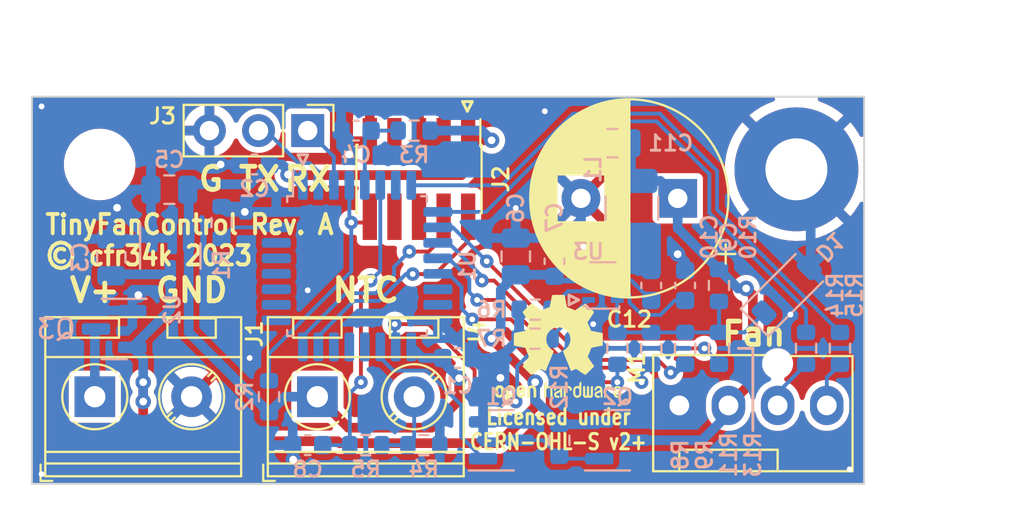
<source format=kicad_pcb>
(kicad_pcb (version 20221018) (generator pcbnew)

  (general
    (thickness 1.6)
  )

  (paper "A4")
  (title_block
    (comment 4 "AISLER Project ID: MHHVKACR")
  )

  (layers
    (0 "F.Cu" signal)
    (31 "B.Cu" signal)
    (32 "B.Adhes" user "B.Adhesive")
    (33 "F.Adhes" user "F.Adhesive")
    (34 "B.Paste" user)
    (35 "F.Paste" user)
    (36 "B.SilkS" user "B.Silkscreen")
    (37 "F.SilkS" user "F.Silkscreen")
    (38 "B.Mask" user)
    (39 "F.Mask" user)
    (40 "Dwgs.User" user "User.Drawings")
    (41 "Cmts.User" user "User.Comments")
    (42 "Eco1.User" user "User.Eco1")
    (43 "Eco2.User" user "User.Eco2")
    (44 "Edge.Cuts" user)
    (45 "Margin" user)
    (46 "B.CrtYd" user "B.Courtyard")
    (47 "F.CrtYd" user "F.Courtyard")
    (48 "B.Fab" user)
    (49 "F.Fab" user)
    (50 "User.1" user)
    (51 "User.2" user)
    (52 "User.3" user)
    (53 "User.4" user)
    (54 "User.5" user)
    (55 "User.6" user)
    (56 "User.7" user)
    (57 "User.8" user)
    (58 "User.9" user)
  )

  (setup
    (pad_to_mask_clearance 0)
    (pcbplotparams
      (layerselection 0x00010fc_ffffffff)
      (plot_on_all_layers_selection 0x0000000_00000000)
      (disableapertmacros false)
      (usegerberextensions false)
      (usegerberattributes true)
      (usegerberadvancedattributes true)
      (creategerberjobfile true)
      (dashed_line_dash_ratio 12.000000)
      (dashed_line_gap_ratio 3.000000)
      (svgprecision 4)
      (plotframeref false)
      (viasonmask false)
      (mode 1)
      (useauxorigin false)
      (hpglpennumber 1)
      (hpglpenspeed 20)
      (hpglpendiameter 15.000000)
      (dxfpolygonmode true)
      (dxfimperialunits true)
      (dxfusepcbnewfont true)
      (psnegative false)
      (psa4output false)
      (plotreference true)
      (plotvalue true)
      (plotinvisibletext false)
      (sketchpadsonfab false)
      (subtractmaskfromsilk false)
      (outputformat 1)
      (mirror false)
      (drillshape 0)
      (scaleselection 1)
      (outputdirectory "gerber")
    )
  )

  (net 0 "")
  (net 1 "+3.3V")
  (net 2 "GND")
  (net 3 "+12V")
  (net 4 "Net-(U1-VDDA)")
  (net 5 "/NTC_IN")
  (net 6 "Net-(U3-SS)")
  (net 7 "Net-(U3-BST)")
  (net 8 "Net-(M1-+)")
  (net 9 "Net-(D1-K)")
  (net 10 "/SWDIO")
  (net 11 "/SWDCLK")
  (net 12 "unconnected-(J2-SWO{slash}TDO-Pad6)")
  (net 13 "unconnected-(J2-KEY-Pad7)")
  (net 14 "unconnected-(J2-NC{slash}TDI-Pad8)")
  (net 15 "/RESET_N")
  (net 16 "/UART_TX")
  (net 17 "/UART_RX")
  (net 18 "Net-(J4-Pin_2)")
  (net 19 "Net-(M1-Tacho)")
  (net 20 "Net-(M1-PWM)")
  (net 21 "/DC_DC_BYPASS")
  (net 22 "Net-(Q1-D)")
  (net 23 "Net-(U1-BOOT0)")
  (net 24 "/DC_DC_EN")
  (net 25 "Net-(U3-RT)")
  (net 26 "/DC_CTRL_FB0")
  (net 27 "/DC_CTRL_FB1")
  (net 28 "/DC_CTRL_FB2")
  (net 29 "/DC_CTRL_FB3")
  (net 30 "/TACHO")
  (net 31 "/PWM_CTRL")
  (net 32 "unconnected-(U1-PA1-Pad7)")
  (net 33 "unconnected-(U1-PB0-Pad14)")
  (net 34 "unconnected-(U1-PB1-Pad15)")
  (net 35 "unconnected-(U1-PA10-Pad20)")
  (net 36 "unconnected-(U1-PA11-Pad21)")
  (net 37 "unconnected-(U1-PA12-Pad22)")
  (net 38 "unconnected-(U1-PA15-Pad25)")
  (net 39 "unconnected-(U1-PB3-Pad26)")
  (net 40 "unconnected-(U1-PB4-Pad27)")
  (net 41 "unconnected-(U1-PB5-Pad28)")
  (net 42 "unconnected-(U1-PB6-Pad29)")
  (net 43 "unconnected-(U1-PB7-Pad30)")
  (net 44 "/SW")
  (net 45 "Net-(J1-Pin_1)")

  (footprint "MountingHole:MountingHole_3.2mm_M3" (layer "F.Cu") (at 205 44.5))

  (footprint "TerminalBlock_RND:TerminalBlock_RND_205-00045_1x02_P5.00mm_Horizontal" (layer "F.Cu") (at 204.75 56.5))

  (footprint "Connector_PinHeader_2.54mm:PinHeader_1x03_P2.54mm_Vertical" (layer "F.Cu") (at 215.75 42.75 -90))

  (footprint "Connector:FanPinHeader_1x04_P2.54mm_Vertical" (layer "F.Cu") (at 234.95 56.95))

  (footprint "Symbol:OSHW-Logo2_7.3x6mm_SilkScreen" (layer "F.Cu") (at 228.7 54))

  (footprint "MountingHole:MountingHole_3.2mm_M3_Pad" (layer "F.Cu") (at 241 44.75))

  (footprint "Capacitor_THT:CP_Radial_D10.0mm_P5.00mm" (layer "F.Cu") (at 234.867677 46.25 180))

  (footprint "Connector_PinHeader_1.27mm:PinHeader_2x05_P1.27mm_Vertical_SMD" (layer "F.Cu") (at 221.5 45.25 -90))

  (footprint "TerminalBlock_RND:TerminalBlock_RND_205-00045_1x02_P5.00mm_Horizontal" (layer "F.Cu") (at 216.25 56.5))

  (footprint "Resistor_SMD:R_0603_1608Metric" (layer "B.Cu") (at 227.5 53.5 180))

  (footprint "Inductor_SMD:L_1210_3225Metric" (layer "B.Cu") (at 232.5 46.75 90))

  (footprint "Capacitor_SMD:C_0603_1608Metric" (layer "B.Cu") (at 215.75 59 180))

  (footprint "Capacitor_SMD:C_0603_1608Metric" (layer "B.Cu") (at 218.25 42.75))

  (footprint "Package_TO_SOT_SMD:SOT-23" (layer "B.Cu") (at 205.75 53 180))

  (footprint "Resistor_SMD:R_0603_1608Metric" (layer "B.Cu") (at 213.75 56.5 90))

  (footprint "Capacitor_SMD:C_0805_2012Metric" (layer "B.Cu") (at 231.5 43.4 180))

  (footprint "Package_QFP:LQFP-32_7x7mm_P0.8mm" (layer "B.Cu") (at 218.3 49.75 -90))

  (footprint "Resistor_SMD:R_0603_1608Metric" (layer "B.Cu") (at 221.75 59))

  (footprint "Resistor_SMD:R_0603_1608Metric" (layer "B.Cu") (at 233.5 54 -90))

  (footprint "Capacitor_SMD:C_0603_1608Metric" (layer "B.Cu") (at 213 44.5 180))

  (footprint "Capacitor_SMD:C_0805_2012Metric" (layer "B.Cu") (at 208.6 45.8 180))

  (footprint "Package_TO_SOT_SMD:SOT-23" (layer "B.Cu") (at 225.75 58.75))

  (footprint "Resistor_SMD:R_0603_1608Metric" (layer "B.Cu") (at 211.3 47.5 90))

  (footprint "Resistor_SMD:R_0603_1608Metric" (layer "B.Cu") (at 231.75 54 -90))

  (footprint "Capacitor_SMD:C_0603_1608Metric" (layer "B.Cu") (at 228.5 49.5 90))

  (footprint "Capacitor_SMD:C_0805_2012Metric" (layer "B.Cu") (at 205.6 49.3 90))

  (footprint "Capacitor_SMD:C_0603_1608Metric" (layer "B.Cu") (at 223.5 54.5))

  (footprint "Package_TO_SOT_SMD:SOT-583-8" (layer "B.Cu") (at 231 50.75))

  (footprint "Package_TO_SOT_SMD:SOT-23" (layer "B.Cu")
    (tstamp abed8796-9b2c-45ac-bfb5-92c3f42995ae)
    (at 231.75 58.75)
    (descr "SOT, 3 Pin (https://www.jedec.org/system/files/docs/to-236h.pdf variant AB), generated with kicad-footprint-generator ipc_gullwing_generator.py")
    (tags "SOT TO_SOT_SMD")
    (property "Sheetfile" "TinyFanControl.kicad_sch")
    (property "Sheetname" "")
    (property "ki_description" "-3.8A Id, -30V Vds, P-Channel MOSFET, SOT-23")
    (property "ki_keywords" "P-Channel MOSFET")
    (path "/35b2bb7f-4c8b-4e83-8e88-5fd74b7f1dcb")
    (attr smd)
    (fp_text reference "Q2" (at 0 -2.25 unlocked) (layer "B.SilkS")
        (effects (font (size 0.8 0.8) (thickness 0.15)) (justify mirror))
      (tstamp 26e7fd7f-2776-4694-84c4-646992556012)
    )
    (fp_text value "DMP3099L" (at 0 -2.4) (layer "B.Fab")
        (effects (font (size 1 1) (thickness 0.15)) (justify mirror))
      (tstamp 0b859a1a-88b3-48f7-a718-bd65c0a4bd37)
    )
    (fp_text user "${REFERENCE}" (at 0 0) (layer "B.Fab")
        (effects (font (size 0.32 0.32) (thickness 0.05)) (justify mirror))
      (tstamp 2109c710-773b-468a-9eb1-aaf63771aafd)
    )
    (fp_line (start 0 -1.56) (end -0.65 -1.56)
      (stroke (width 0.12) (type solid)) (layer "B.SilkS") (tstamp 2a3eca2c-794e-40c4-b9ed-ff95d353dc63))
    (fp_line (start 0 -1.56) (end 0.65 -1.56)
      (stroke (width 0.12) (type solid)) (layer "B.SilkS") (tstamp 22096d6c-3e9c-4466-9f62-6b1f88837f7f))
    (fp_line (start 0 1.56) (end -1.675 1.56)
      (stroke (width 0.12) (type solid)) (layer "B.SilkS") (tstamp 0f8ae10e-367a-4069-b111-50dc3e331e8b))
    (fp_line (start 0 1.56) (end 0.65 1.56)
      (stroke (width 0.12) (type solid)) (layer "B.SilkS") (tstamp 2db348b9-2f58-4b78-b80c-0dac0b9faa3d))
    (fp_line (start -1.92 -1.7) (end 1.92 -1.7)
      (stroke (width 0.05) (type solid)) (layer "B.CrtYd") (tstamp 6ba9ecd4-1dae-4012-b37f-fa9d2c0f9190))
    (fp_line (start -1.92 1.7) (end -1.92 -1.7)
      (stroke (width 0.05) (type solid)) (layer "B.CrtYd") (tstamp 5ef60247-03c5-4d6d-b69d-ba0fc3133b0a))
    (fp_line (start 1.92 -1.7) (end 1.92 1.7)
      (stroke (width 0.05) (type solid)) (layer "B.CrtYd") (tstamp f64df3f5-237f-45e1-aace-c0def1452ce3))
    (fp_line (start 1.92 1.7) (end -1.92 1.7)
  
... [286840 chars truncated]
</source>
